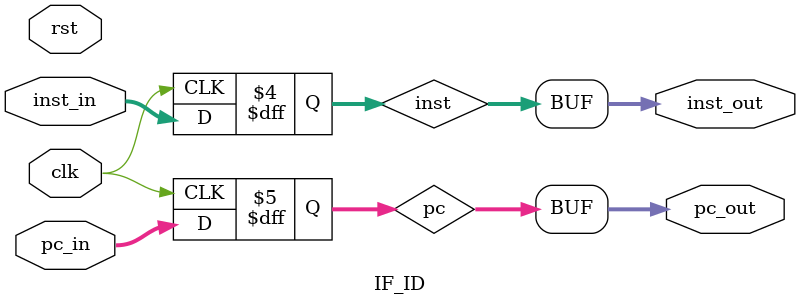
<source format=sv>
module IF_ID (
    input               clk, rst,
    input [31:0]        inst_in, pc_in,
    output [31:0]       inst_out, pc_out
);

    reg [31:0] inst = 0;
    reg [31:0] pc = 0;
    assign inst_out = inst;
    assign pc_out = pc;

    always @(posedge clk) begin
        inst <= inst_in;
        pc <= pc_in;
    end


    
endmodule
</source>
